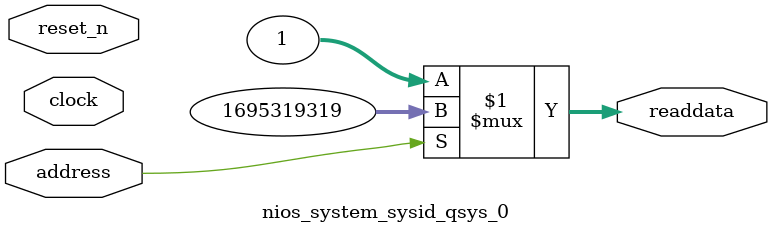
<source format=v>



// synthesis translate_off
`timescale 1ns / 1ps
// synthesis translate_on

// turn off superfluous verilog processor warnings 
// altera message_level Level1 
// altera message_off 10034 10035 10036 10037 10230 10240 10030 

module nios_system_sysid_qsys_0 (
               // inputs:
                address,
                clock,
                reset_n,

               // outputs:
                readdata
             )
;

  output  [ 31: 0] readdata;
  input            address;
  input            clock;
  input            reset_n;

  wire    [ 31: 0] readdata;
  //control_slave, which is an e_avalon_slave
  assign readdata = address ? 1695319319 : 1;

endmodule



</source>
